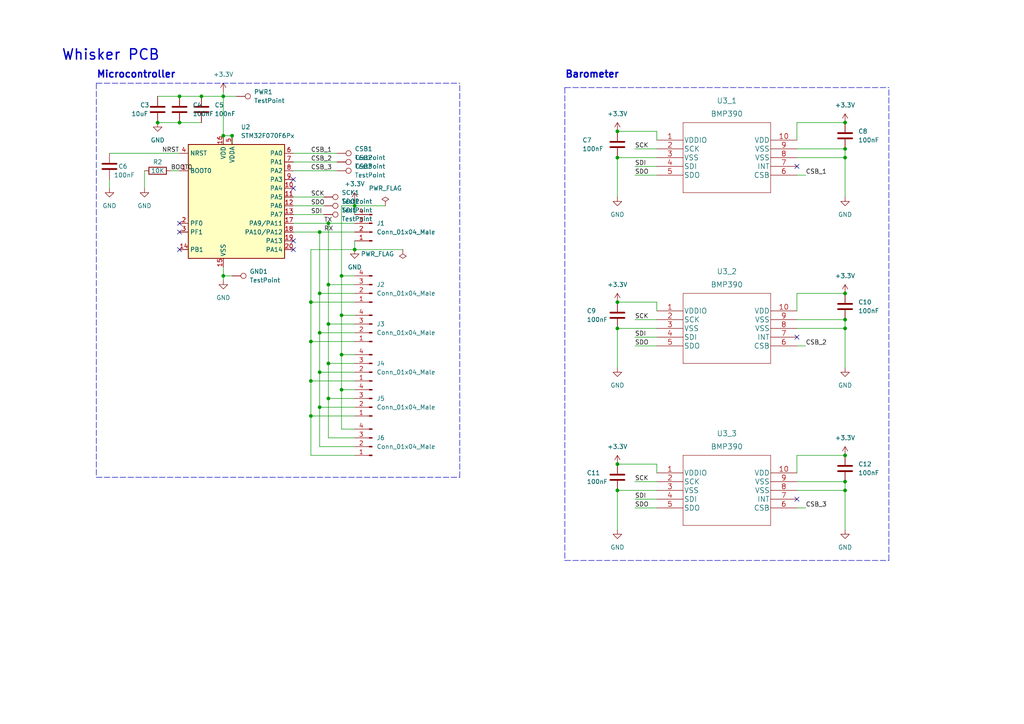
<source format=kicad_sch>
(kicad_sch (version 20211123) (generator eeschema)
  (paper "A4")
  (title_block (title "Whisker sensor") (date "2023-02-17") (company "MAVLab/Biomorphic Intelligence Lab/Chaoxiang Ye"))
  (lib_symbols
    (symbol "BMP390:BMP390" (pin_names (offset 0.254))
      (property "Reference" "U" (at 20.32 10.16 0))
      (property "Value" "BMP390" (at 20.32 7.62 0))
      (symbol "BMP390_1_1"
        (polyline (pts (xy 7.62 -15.24) (xy 33.02 -15.24)) (stroke (width 0.127)))
        (polyline (pts (xy 7.62 5.08) (xy 7.62 -15.24)) (stroke (width 0.127)))
        (polyline (pts (xy 33.02 -15.24) (xy 33.02 5.08)) (stroke (width 0.127)))
        (polyline (pts (xy 33.02 5.08) (xy 7.62 5.08)) (stroke (width 0.127)))
        (pin power_in line (at 0 0 0) (length 7.62) (name "VDDIO") (number "1"))
        (pin power_in line (at 40.64 0 180) (length 7.62) (name "VDD") (number "10"))
        (pin input line (at 0 -2.54 0) (length 7.62) (name "SCK") (number "2"))
        (pin power_in line (at 0 -5.08 0) (length 7.62) (name "VSS") (number "3"))
        (pin bidirectional line (at 0 -7.62 0) (length 7.62) (name "SDI") (number "4"))
        (pin bidirectional line (at 0 -10.16 0) (length 7.62) (name "SDO") (number "5"))
        (pin input line (at 40.64 -10.16 180) (length 7.62) (name "CSB") (number "6"))
        (pin input line (at 40.64 -7.62 180) (length 7.62) (name "INT") (number "7"))
        (pin power_in line (at 40.64 -5.08 180) (length 7.62) (name "VSS") (number "8"))
        (pin power_in line (at 40.64 -2.54 180) (length 7.62) (name "VSS") (number "9"))
      )
    )
    (symbol "Connector:Conn_01x04_Male" (pin_names (offset 1.016) hide)
      (property "Reference" "J" (at 0 5.08 0))
      (property "Value" "Conn_01x04_Male" (at 0 -7.62 0))
      (symbol "Conn_01x04_Male_1_1"
        (polyline (pts (xy 1.27 -5.08) (xy 0.8636 -5.08)) (stroke (width 0.1524)))
        (polyline (pts (xy 1.27 -2.54) (xy 0.8636 -2.54)) (stroke (width 0.1524)))
        (polyline (pts (xy 1.27 0) (xy 0.8636 0)) (stroke (width 0.1524)))
        (polyline (pts (xy 1.27 2.54) (xy 0.8636 2.54)) (stroke (width 0.1524)))
        (rectangle (start 0.8636 -4.953) (end 0 -5.207) (stroke (width 0.1524)) (fill (type outline)))
        (rectangle (start 0.8636 -2.413) (end 0 -2.667) (stroke (width 0.1524)) (fill (type outline)))
        (rectangle (start 0.8636 0.127) (end 0 -0.127) (stroke (width 0.1524)) (fill (type outline)))
        (rectangle (start 0.8636 2.667) (end 0 2.413) (stroke (width 0.1524)) (fill (type outline)))
        (pin passive line (at 5.08 2.54 180) (length 3.81) (name "Pin_1") (number "1"))
        (pin passive line (at 5.08 0 180) (length 3.81) (name "Pin_2") (number "2"))
        (pin passive line (at 5.08 -2.54 180) (length 3.81) (name "Pin_3") (number "3"))
        (pin passive line (at 5.08 -5.08 180) (length 3.81) (name "Pin_4") (number "4"))
      )
    )
    (symbol "Connector:TestPoint" (pin_numbers hide) (pin_names (offset 0.762) hide)
      (property "Reference" "TP" (at 0 6.858 0))
      (property "Value" "TestPoint" (at 0 5.08 0))
      (symbol "TestPoint_0_1"
        (circle (center 0 3.302) (radius 0.762))
      )
      (symbol "TestPoint_1_1"
        (pin passive line (at 0 0 90) (length 2.54) (name "1") (number "1"))
      )
    )
    (symbol "Device:C" (pin_numbers hide) (pin_names (offset 0.254))
      (property "Reference" "C" (at 0.635 2.54 0))
      (property "Value" "C" (at 0.635 -2.54 0))
      (symbol "C_0_1"
        (polyline (pts (xy -2.032 -0.762) (xy 2.032 -0.762)) (stroke (width 0.508)))
        (polyline (pts (xy -2.032 0.762) (xy 2.032 0.762)) (stroke (width 0.508)))
      )
      (symbol "C_1_1"
        (pin passive line (at 0 3.81 270) (length 2.794) (name "~") (number "1"))
        (pin passive line (at 0 -3.81 90) (length 2.794) (name "~") (number "2"))
      )
    )
    (symbol "Device:R" (pin_numbers hide) (pin_names (offset 0))
      (property "Reference" "R" (at 2.032 0 90))
      (property "Value" "R" (at 0 0 90))
      (symbol "R_0_1"
        (rectangle (start -1.016 -2.54) (end 1.016 2.54) (stroke (width 0.254)))
      )
      (symbol "R_1_1"
        (pin passive line (at 0 3.81 270) (length 1.27) (name "~") (number "1"))
        (pin passive line (at 0 -3.81 90) (length 1.27) (name "~") (number "2"))
      )
    )
    (symbol "MCU_ST_STM32F0:STM32F070F6Px"
      (property "Reference" "U" (at -15.24 16.51 0))
      (property "Value" "STM32F070F6Px" (at 0 16.51 0))
      (symbol "STM32F070F6Px_0_1"
        (rectangle (start -15.24 -17.78) (end 12.7 15.24) (stroke (width 0.254)) (fill (type background)))
      )
      (symbol "STM32F070F6Px_1_1"
        (pin input line (at -17.78 7.62 0) (length 2.54) (name "BOOT0") (number "1"))
        (pin bidirectional line (at 15.24 2.54 180) (length 2.54) (name "PA4") (number "10"))
        (pin bidirectional line (at 15.24 0 180) (length 2.54) (name "PA5") (number "11"))
        (pin bidirectional line (at 15.24 -2.54 180) (length 2.54) (name "PA6") (number "12"))
        (pin bidirectional line (at 15.24 -5.08 180) (length 2.54) (name "PA7") (number "13"))
        (pin bidirectional line (at -17.78 -15.24 0) (length 2.54) (name "PB1") (number "14"))
        (pin power_in line (at -5.08 -20.32 90) (length 2.54) (name "VSS") (number "15"))
        (pin power_in line (at -5.08 17.78 270) (length 2.54) (name "VDD") (number "16"))
        (pin bidirectional line (at 15.24 -7.62 180) (length 2.54) (name "PA9/PA11") (number "17"))
        (pin bidirectional line (at 15.24 -10.16 180) (length 2.54) (name "PA10/PA12") (number "18"))
        (pin bidirectional line (at 15.24 -12.7 180) (length 2.54) (name "PA13") (number "19"))
        (pin input line (at -17.78 -7.62 0) (length 2.54) (name "PF0") (number "2"))
        (pin bidirectional line (at 15.24 -15.24 180) (length 2.54) (name "PA14") (number "20"))
        (pin input line (at -17.78 -10.16 0) (length 2.54) (name "PF1") (number "3"))
        (pin input line (at -17.78 12.7 0) (length 2.54) (name "NRST") (number "4"))
        (pin power_in line (at -2.54 17.78 270) (length 2.54) (name "VDDA") (number "5"))
        (pin bidirectional line (at 15.24 12.7 180) (length 2.54) (name "PA0") (number "6"))
        (pin bidirectional line (at 15.24 10.16 180) (length 2.54) (name "PA1") (number "7"))
        (pin bidirectional line (at 15.24 7.62 180) (length 2.54) (name "PA2") (number "8"))
        (pin bidirectional line (at 15.24 5.08 180) (length 2.54) (name "PA3") (number "9"))
      )
    )
    (symbol "power:+3.3V" (power) (pin_names (offset 0))
      (property "Value" "+3.3V" (at 0 3.556 0))
      (symbol "+3.3V_0_1"
        (polyline (pts (xy -0.762 1.27) (xy 0 2.54)))
        (polyline (pts (xy 0 0) (xy 0 2.54)))
        (polyline (pts (xy 0 2.54) (xy 0.762 1.27)))
      )
      (symbol "+3.3V_1_1"
        (pin power_in line (at 0 0 90) (length 0) hide (name "+3.3V") (number "1"))
      )
    )
    (symbol "power:GND" (power) (pin_names (offset 0))
      (property "Value" "GND" (at 0 -3.81 0))
      (symbol "GND_0_1"
        (polyline (pts (xy 0 0) (xy 0 -1.27) (xy 1.27 -1.27) (xy 0 -2.54) (xy -1.27 -1.27) (xy 0 -1.27)))
      )
      (symbol "GND_1_1"
        (pin power_in line (at 0 0 270) (length 0) hide (name "GND") (number "1"))
      )
    )
    (symbol "power:PWR_FLAG" (power) (pin_numbers hide) (pin_names (offset 0) hide)
      (property "Value" "PWR_FLAG" (at 0 3.81 0))
      (symbol "PWR_FLAG_0_0"
        (pin power_out line (at 0 0 90) (length 0) (name "pwr") (number "1"))
      )
      (symbol "PWR_FLAG_0_1"
        (polyline (pts (xy 0 0) (xy 0 1.27) (xy -1.016 1.905) (xy 0 2.54) (xy 1.016 1.905) (xy 0 1.27)))
      )
    )
  )
  (junction (at 179.07 142.24))
  (junction (at 102.87 72.39))
  (junction (at 95.25 64.77))
  (junction (at 64.77 80.01))
  (junction (at 99.06 80.01))
  (junction (at 64.77 39.37))
  (junction (at 95.25 115.57))
  (junction (at 92.71 107.95))
  (junction (at 245.11 45.72))
  (junction (at 245.11 95.25))
  (junction (at 52.07 27.94))
  (junction (at 179.07 87.63))
  (junction (at 92.71 67.31))
  (junction (at 99.06 102.87))
  (junction (at 245.11 92.71))
  (junction (at 95.25 93.98))
  (junction (at 245.11 35.56))
  (junction (at 45.72 35.56))
  (junction (at 90.17 87.63))
  (junction (at 179.07 45.72))
  (junction (at 99.06 91.44))
  (junction (at 67.31 39.37))
  (junction (at 245.11 43.18))
  (junction (at 90.17 110.49))
  (junction (at 99.06 113.03))
  (junction (at 102.87 59.69))
  (junction (at 95.25 82.55))
  (junction (at 92.71 118.11))
  (junction (at 179.07 38.1))
  (junction (at 245.11 132.08))
  (junction (at 90.17 99.06))
  (junction (at 245.11 85.09))
  (junction (at 95.25 105.41))
  (junction (at 245.11 139.7))
  (junction (at 52.07 35.56))
  (junction (at 92.71 96.52))
  (junction (at 90.17 120.65))
  (junction (at 245.11 142.24))
  (junction (at 179.07 95.25))
  (junction (at 64.77 27.94))
  (junction (at 179.07 134.62))
  (junction (at 92.71 85.09))
  (junction (at 58.42 27.94))
  (no_connect (at 52.07 72.39))
  (no_connect (at 85.09 69.85))
  (no_connect (at 52.07 67.31))
  (no_connect (at 85.09 72.39))
  (no_connect (at 231.14 144.78))
  (no_connect (at 231.14 97.79))
  (no_connect (at 52.07 64.77))
  (no_connect (at 231.14 48.26))
  (no_connect (at 85.09 52.07))
  (no_connect (at 85.09 54.61))
  (wire (pts (xy 231.14 43.18) (xy 245.11 43.18)))
  (wire (pts (xy 231.14 137.16) (xy 231.14 132.08)))
  (wire (pts (xy 95.25 115.57) (xy 95.25 127)))
  (wire (pts (xy 85.09 62.23) (xy 93.98 62.23)))
  (wire (pts (xy 231.14 139.7) (xy 245.11 139.7)))
  (wire (pts (xy 92.71 118.11) (xy 92.71 107.95)))
  (wire (pts (xy 190.5 45.72) (xy 179.07 45.72)))
  (wire (pts (xy 184.15 48.26) (xy 190.5 48.26)))
  (wire (pts (xy 95.25 82.55) (xy 95.25 64.77)))
  (wire (pts (xy 90.17 87.63) (xy 90.17 72.39)))
  (wire (pts (xy 99.06 59.69) (xy 102.87 59.69)))
  (wire (pts (xy 231.14 40.64) (xy 231.14 35.56)))
  (wire (pts (xy 231.14 95.25) (xy 245.11 95.25)))
  (wire (pts (xy 102.87 120.65) (xy 90.17 120.65)))
  (wire (pts (xy 184.15 50.8) (xy 190.5 50.8)))
  (polyline (pts (xy 133.35 138.43) (xy 133.35 24.13)))
  (wire (pts (xy 102.87 124.46) (xy 99.06 124.46)))
  (wire (pts (xy 102.87 72.39) (xy 116.84 72.39)))
  (wire (pts (xy 92.71 107.95) (xy 92.71 96.52)))
  (wire (pts (xy 99.06 91.44) (xy 99.06 102.87)))
  (wire (pts (xy 102.87 105.41) (xy 95.25 105.41)))
  (wire (pts (xy 102.87 59.69) (xy 111.76 59.69)))
  (wire (pts (xy 184.15 147.32) (xy 190.5 147.32)))
  (wire (pts (xy 102.87 85.09) (xy 92.71 85.09)))
  (wire (pts (xy 67.31 41.91) (xy 67.31 39.37)))
  (wire (pts (xy 95.25 64.77) (xy 102.87 64.77)))
  (wire (pts (xy 179.07 142.24) (xy 179.07 153.67)))
  (wire (pts (xy 64.77 77.47) (xy 64.77 80.01)))
  (wire (pts (xy 64.77 80.01) (xy 67.31 80.01)))
  (wire (pts (xy 85.09 49.53) (xy 97.79 49.53)))
  (wire (pts (xy 102.87 93.98) (xy 95.25 93.98)))
  (wire (pts (xy 231.14 90.17) (xy 231.14 85.09)))
  (wire (pts (xy 231.14 142.24) (xy 245.11 142.24)))
  (wire (pts (xy 102.87 115.57) (xy 95.25 115.57)))
  (wire (pts (xy 102.87 58.42) (xy 102.87 59.69)))
  (polyline (pts (xy 163.83 25.4) (xy 257.81 25.4)))
  (wire (pts (xy 190.5 90.17) (xy 190.5 87.63)))
  (wire (pts (xy 231.14 92.71) (xy 245.11 92.71)))
  (wire (pts (xy 245.11 92.71) (xy 245.11 95.25)))
  (wire (pts (xy 85.09 46.99) (xy 97.79 46.99)))
  (wire (pts (xy 102.87 110.49) (xy 90.17 110.49)))
  (wire (pts (xy 190.5 134.62) (xy 179.07 134.62)))
  (wire (pts (xy 102.87 87.63) (xy 90.17 87.63)))
  (wire (pts (xy 85.09 59.69) (xy 93.98 59.69)))
  (wire (pts (xy 99.06 80.01) (xy 99.06 59.69)))
  (wire (pts (xy 90.17 120.65) (xy 90.17 132.08)))
  (wire (pts (xy 92.71 96.52) (xy 92.71 85.09)))
  (wire (pts (xy 31.75 52.07) (xy 31.75 54.61)))
  (wire (pts (xy 90.17 120.65) (xy 90.17 110.49)))
  (wire (pts (xy 102.87 118.11) (xy 92.71 118.11)))
  (polyline (pts (xy 27.94 24.13) (xy 27.94 138.43)))
  (wire (pts (xy 64.77 27.94) (xy 64.77 39.37)))
  (wire (pts (xy 92.71 118.11) (xy 92.71 129.54)))
  (wire (pts (xy 85.09 64.77) (xy 95.25 64.77)))
  (wire (pts (xy 45.72 35.56) (xy 52.07 35.56)))
  (wire (pts (xy 99.06 113.03) (xy 99.06 102.87)))
  (wire (pts (xy 184.15 100.33) (xy 190.5 100.33)))
  (wire (pts (xy 45.72 27.94) (xy 52.07 27.94)))
  (wire (pts (xy 231.14 132.08) (xy 245.11 132.08)))
  (wire (pts (xy 64.77 27.94) (xy 68.58 27.94)))
  (wire (pts (xy 52.07 27.94) (xy 58.42 27.94)))
  (polyline (pts (xy 27.94 138.43) (xy 133.35 138.43)))
  (wire (pts (xy 99.06 80.01) (xy 99.06 91.44)))
  (wire (pts (xy 90.17 110.49) (xy 90.17 99.06)))
  (wire (pts (xy 92.71 85.09) (xy 92.71 67.31)))
  (wire (pts (xy 95.25 93.98) (xy 95.25 105.41)))
  (wire (pts (xy 102.87 59.69) (xy 102.87 62.23)))
  (wire (pts (xy 102.87 99.06) (xy 90.17 99.06)))
  (wire (pts (xy 85.09 57.15) (xy 93.98 57.15)))
  (wire (pts (xy 102.87 102.87) (xy 99.06 102.87)))
  (wire (pts (xy 190.5 142.24) (xy 179.07 142.24)))
  (wire (pts (xy 64.77 80.01) (xy 64.77 81.28)))
  (wire (pts (xy 67.31 39.37) (xy 64.77 39.37)))
  (wire (pts (xy 85.09 44.45) (xy 97.79 44.45)))
  (wire (pts (xy 184.15 43.18) (xy 190.5 43.18)))
  (wire (pts (xy 95.25 93.98) (xy 95.25 82.55)))
  (wire (pts (xy 231.14 85.09) (xy 245.11 85.09)))
  (wire (pts (xy 245.11 95.25) (xy 245.11 106.68)))
  (wire (pts (xy 102.87 91.44) (xy 99.06 91.44)))
  (polyline (pts (xy 163.83 25.4) (xy 163.83 162.56)))
  (wire (pts (xy 64.77 39.37) (xy 64.77 41.91)))
  (wire (pts (xy 179.07 45.72) (xy 179.07 57.15)))
  (wire (pts (xy 102.87 127) (xy 95.25 127)))
  (wire (pts (xy 179.07 95.25) (xy 190.5 95.25)))
  (wire (pts (xy 102.87 113.03) (xy 99.06 113.03)))
  (wire (pts (xy 102.87 132.08) (xy 90.17 132.08)))
  (wire (pts (xy 231.14 147.32) (xy 233.68 147.32)))
  (polyline (pts (xy 27.94 24.13) (xy 133.35 24.13)))
  (polyline (pts (xy 257.81 162.56) (xy 257.81 25.4)))
  (wire (pts (xy 64.77 26.67) (xy 64.77 27.94)))
  (wire (pts (xy 92.71 67.31) (xy 102.87 67.31)))
  (wire (pts (xy 231.14 50.8) (xy 233.68 50.8)))
  (wire (pts (xy 49.53 49.53) (xy 52.07 49.53)))
  (wire (pts (xy 190.5 38.1) (xy 179.07 38.1)))
  (wire (pts (xy 179.07 95.25) (xy 179.07 106.68)))
  (wire (pts (xy 31.75 44.45) (xy 52.07 44.45)))
  (wire (pts (xy 245.11 45.72) (xy 245.11 57.15)))
  (wire (pts (xy 102.87 69.85) (xy 102.87 72.39)))
  (wire (pts (xy 190.5 87.63) (xy 179.07 87.63)))
  (wire (pts (xy 190.5 40.64) (xy 190.5 38.1)))
  (wire (pts (xy 184.15 144.78) (xy 190.5 144.78)))
  (wire (pts (xy 52.07 35.56) (xy 58.42 35.56)))
  (wire (pts (xy 95.25 105.41) (xy 95.25 115.57)))
  (wire (pts (xy 102.87 80.01) (xy 99.06 80.01)))
  (wire (pts (xy 190.5 137.16) (xy 190.5 134.62)))
  (wire (pts (xy 41.91 49.53) (xy 41.91 54.61)))
  (wire (pts (xy 245.11 43.18) (xy 245.11 45.72)))
  (wire (pts (xy 102.87 96.52) (xy 92.71 96.52)))
  (wire (pts (xy 231.14 35.56) (xy 245.11 35.56)))
  (wire (pts (xy 245.11 142.24) (xy 245.11 153.67)))
  (wire (pts (xy 184.15 97.79) (xy 190.5 97.79)))
  (wire (pts (xy 90.17 99.06) (xy 90.17 87.63)))
  (wire (pts (xy 231.14 100.33) (xy 233.68 100.33)))
  (wire (pts (xy 231.14 45.72) (xy 245.11 45.72)))
  (wire (pts (xy 184.15 139.7) (xy 190.5 139.7)))
  (wire (pts (xy 245.11 139.7) (xy 245.11 142.24)))
  (wire (pts (xy 58.42 27.94) (xy 64.77 27.94)))
  (wire (pts (xy 90.17 72.39) (xy 102.87 72.39)))
  (wire (pts (xy 85.09 67.31) (xy 92.71 67.31)))
  (wire (pts (xy 184.15 92.71) (xy 190.5 92.71)))
  (wire (pts (xy 102.87 82.55) (xy 95.25 82.55)))
  (wire (pts (xy 102.87 129.54) (xy 92.71 129.54)))
  (wire (pts (xy 99.06 113.03) (xy 99.06 124.46)))
  (polyline (pts (xy 163.83 162.56) (xy 257.81 162.56)))
  (wire (pts (xy 102.87 107.95) (xy 92.71 107.95)))
  (text "Whisker PCB" (at 17.78 17.78 0) (effects (font (size 3 3) (thickness 0.4) bold) (justify left bottom)))
  (text "Microcontroller\n" (at 27.94 22.86 0) (effects (font (size 2 2) (thickness 0.4) bold) (justify left bottom)))
  (text "Barometer" (at 163.83 22.86 0) (effects (font (size 2 2) (thickness 0.4) bold) (justify left bottom)))
  (label "RX" (at 93.98 67.31 0))
  (label "SDI" (at 184.15 48.26 0))
  (label "BOOT0" (at 49.53 49.53 0))
  (label "SDI" (at 184.15 144.78 0))
  (label "NRST" (at 46.99 44.45 0))
  (label "SDI" (at 184.15 97.79 0))
  (label "CSB_3" (at 90.17 49.53 0))
  (label "CSB_2" (at 90.17 46.99 0))
  (label "TX" (at 93.98 64.77 0))
  (label "SDO" (at 184.15 50.8 0))
  (label "SCK" (at 90.17 57.15 0))
  (label "CSB_1" (at 233.68 50.8 0))
  (label "SDO" (at 90.17 59.69 0))
  (label "SCK" (at 184.15 43.18 0))
  (label "SCK" (at 184.15 139.7 0))
  (label "SDO" (at 184.15 100.33 0))
  (label "CSB_2" (at 233.68 100.33 0))
  (label "SDI" (at 90.17 62.23 0))
  (label "CSB_3" (at 233.68 147.32 0))
  (label "SCK" (at 184.15 92.71 0))
  (label "CSB_1" (at 90.17 44.45 0))
  (label "SDO" (at 184.15 147.32 0))
  (symbol (lib_id "power:+3.3V") (at 245.11 132.08 0) (unit 1)
    (property "Reference" "#PWR0108" (effects hide))
    (property "Value" "+3.3V" (at 245.11 127 0))
  )
  (symbol (lib_id "power:+3.3V") (at 179.07 134.62 0) (unit 1)
    (property "Reference" "#PWR0106" (effects hide))
    (property "Value" "+3.3V" (at 179.07 129.54 0))
  )
  (symbol (lib_id "power:GND") (at 179.07 106.68 0) (unit 1)
    (property "Reference" "#PWR0107" (effects hide))
    (property "Value" "GND" (at 179.07 111.76 0))
  )
  (symbol (lib_id "Connector:TestPoint") (at 93.98 59.69 270) (unit 1)
    (property "Reference" "SDO1" (at 99.06 58.4199 90) (effects (justify left)))
    (property "Value" "TestPoint" (at 99.06 60.9599 90) (effects (justify left)))
    (property "Footprint" "TestPoint:TestPoint_Pad_D1.0mm" (effects hide))
  )
  (symbol (lib_id "Device:C") (at 245.11 88.9 0) (unit 1)
    (property "Reference" "C10" (at 248.92 87.6299 0) (effects (justify left)))
    (property "Value" "100nF" (at 248.92 90.1699 0) (effects (justify left)))
    (property "Footprint" "Capacitor_SMD:C_0402_1005Metric" (effects hide))
  )
  (symbol (lib_id "Connector:TestPoint") (at 68.58 27.94 270) (unit 1)
    (property "Reference" "PWR1" (at 73.66 26.6699 90) (effects (justify left)))
    (property "Value" "TestPoint" (at 73.66 29.2099 90) (effects (justify left)))
    (property "Footprint" "TestPoint:TestPoint_Pad_D1.0mm" (effects hide))
  )
  (symbol (lib_id "power:GND") (at 31.75 54.61 0) (unit 1)
    (property "Reference" "#PWR0110" (effects hide))
    (property "Value" "GND" (at 31.75 59.69 0))
  )
  (symbol (lib_id "power:+3.3V") (at 102.87 58.42 0) (unit 1)
    (property "Reference" "#PWR0102" (effects hide))
    (property "Value" "+3.3V" (at 102.87 53.34 0))
  )
  (symbol (lib_id "Device:C") (at 58.42 31.75 0) (unit 1)
    (property "Reference" "C5" (at 62.23 30.4799 0) (effects (justify left)))
    (property "Value" "100nF" (at 62.23 33.0199 0) (effects (justify left)))
    (property "Footprint" "Capacitor_SMD:C_0402_1005Metric" (effects hide))
  )
  (symbol (lib_id "power:GND") (at 45.72 35.56 0) (unit 1)
    (property "Reference" "#PWR0101" (effects hide))
    (property "Value" "GND" (at 45.72 40.64 0))
  )
  (symbol (lib_id "power:+3.3V") (at 64.77 26.67 0) (unit 1)
    (property "Reference" "#PWR0120" (effects hide))
    (property "Value" "+3.3V" (at 64.77 21.59 0))
  )
  (symbol (lib_id "Connector:Conn_01x04_Male") (at 107.95 67.31 180) (unit 1)
    (property "Reference" "J1" (at 109.22 64.7699 0) (effects (justify right)))
    (property "Value" "Conn_01x04_Male" (at 109.22 67.3099 0) (effects (justify right)))
    (property "Footprint" "Connector_PinHeader_1.27mm:PinHeader_1x04_P1.27mm_Horizontal" (effects hide))
  )
  (symbol (lib_id "power:GND") (at 245.11 57.15 0) (unit 1)
    (property "Reference" "#PWR0114" (effects hide))
    (property "Value" "GND" (at 245.11 62.23 0))
  )
  (symbol (lib_id "Device:C") (at 179.07 138.43 0) (unit 1)
    (property "Reference" "C11" (at 170.18 137.16 0) (effects (justify left)))
    (property "Value" "100nF" (at 170.18 139.7 0) (effects (justify left)))
    (property "Footprint" "Capacitor_SMD:C_0402_1005Metric" (effects hide))
  )
  (symbol (lib_id "Connector:Conn_01x04_Male") (at 107.95 118.11 180) (unit 1)
    (property "Reference" "J5" (at 109.22 115.5699 0) (effects (justify right)))
    (property "Value" "Conn_01x04_Male" (at 109.22 118.1099 0) (effects (justify right)))
    (property "Footprint" "Connector_PinHeader_1.27mm:PinHeader_1x04_P1.27mm_Horizontal" (effects hide))
  )
  (symbol (lib_id "Connector:Conn_01x04_Male") (at 107.95 129.54 180) (unit 1)
    (property "Reference" "J6" (at 109.22 126.9999 0) (effects (justify right)))
    (property "Value" "Conn_01x04_Male" (at 109.22 129.5399 0) (effects (justify right)))
    (property "Footprint" "Connector_PinHeader_1.27mm:PinHeader_1x04_P1.27mm_Horizontal" (effects hide))
  )
  (symbol (lib_id "Connector:Conn_01x04_Male") (at 107.95 96.52 180) (unit 1)
    (property "Reference" "J3" (at 109.22 93.9799 0) (effects (justify right)))
    (property "Value" "Conn_01x04_Male" (at 109.22 96.5199 0) (effects (justify right)))
    (property "Footprint" "Connector_PinHeader_1.27mm:PinHeader_1x04_P1.27mm_Horizontal" (effects hide))
  )
  (symbol (lib_id "power:+3.3V") (at 245.11 85.09 0) (unit 1)
    (property "Reference" "#PWR0116" (effects hide))
    (property "Value" "+3.3V" (at 245.11 80.01 0))
  )
  (symbol (lib_id "power:+3.3V") (at 245.11 35.56 0) (unit 1)
    (property "Reference" "#PWR0115" (effects hide))
    (property "Value" "+3.3V" (at 245.11 30.48 0))
  )
  (symbol (lib_id "Connector:TestPoint") (at 93.98 57.15 270) (unit 1)
    (property "Reference" "SCK1" (at 99.06 55.8799 90) (effects (justify left)))
    (property "Value" "TestPoint" (at 99.06 58.4199 90) (effects (justify left)))
    (property "Footprint" "TestPoint:TestPoint_Pad_D1.0mm" (effects hide))
  )
  (symbol (lib_id "Device:C") (at 245.11 39.37 0) (unit 1)
    (property "Reference" "C8" (at 248.92 38.0999 0) (effects (justify left)))
    (property "Value" "100nF" (at 248.92 40.6399 0) (effects (justify left)))
    (property "Footprint" "Capacitor_SMD:C_0402_1005Metric" (effects hide))
  )
  (symbol (lib_id "power:GND") (at 245.11 153.67 0) (unit 1)
    (property "Reference" "#PWR0104" (effects hide))
    (property "Value" "GND" (at 245.11 158.75 0))
  )
  (symbol (lib_id "power:PWR_FLAG") (at 116.84 72.39 0) (mirror x) (unit 1)
    (property "Reference" "#FLG0102" (effects hide))
    (property "Value" "PWR_FLAG" (at 114.3 73.6599 0) (effects (justify right)))
  )
  (symbol (lib_id "power:+3.3V") (at 179.07 38.1 0) (unit 1)
    (property "Reference" "#PWR0121" (effects hide))
    (property "Value" "+3.3V" (at 179.07 33.02 0))
  )
  (symbol (lib_id "Device:C") (at 245.11 135.89 0) (unit 1)
    (property "Reference" "C12" (at 248.92 134.6199 0) (effects (justify left)))
    (property "Value" "100nF" (at 248.92 137.1599 0) (effects (justify left)))
    (property "Footprint" "Capacitor_SMD:C_0402_1005Metric" (effects hide))
  )
  (symbol (lib_id "Device:C") (at 45.72 31.75 0) (unit 1)
    (property "Reference" "C3" (at 40.64 30.48 0) (effects (justify left)))
    (property "Value" "10uF" (at 38.1 33.02 0) (effects (justify left)))
    (property "Footprint" "Capacitor_SMD:C_0603_1608Metric" (effects hide))
  )
  (symbol (lib_id "Device:C") (at 179.07 41.91 0) (unit 1)
    (property "Reference" "C7" (at 168.91 40.64 0) (effects (justify left)))
    (property "Value" "100nF" (at 168.91 43.18 0) (effects (justify left)))
    (property "Footprint" "Capacitor_SMD:C_0402_1005Metric" (effects hide))
  )
  (symbol (lib_id "power:GND") (at 64.77 81.28 0) (unit 1)
    (property "Reference" "#PWR0112" (effects hide))
    (property "Value" "GND" (at 64.77 86.36 0))
  )
  (symbol (lib_id "power:GND") (at 102.87 72.39 0) (unit 1)
    (property "Reference" "#PWR0109" (effects hide))
    (property "Value" "GND" (at 102.87 77.47 0))
  )
  (symbol (lib_id "Connector:TestPoint") (at 97.79 46.99 270) (unit 1)
    (property "Reference" "CSB2" (at 102.87 45.7199 90) (effects (justify left)))
    (property "Value" "TestPoint" (at 102.87 48.2599 90) (effects (justify left)))
    (property "Footprint" "TestPoint:TestPoint_Pad_D1.0mm" (effects hide))
  )
  (symbol (lib_id "Connector:TestPoint") (at 67.31 80.01 270) (unit 1)
    (property "Reference" "GND1" (at 72.39 78.7399 90) (effects (justify left)))
    (property "Value" "TestPoint" (at 72.39 81.2799 90) (effects (justify left)))
    (property "Footprint" "TestPoint:TestPoint_Pad_D1.0mm" (effects hide))
  )
  (symbol (lib_id "Device:C") (at 52.07 31.75 0) (unit 1)
    (property "Reference" "C4" (at 55.88 30.4799 0) (effects (justify left)))
    (property "Value" "100nF" (at 55.88 33.0199 0) (effects (justify left)))
    (property "Footprint" "Capacitor_SMD:C_0402_1005Metric" (effects hide))
  )
  (symbol (lib_id "Device:R") (at 45.72 49.53 90) (unit 1)
    (property "Reference" "R2" (at 45.72 46.99 90))
    (property "Value" "10K" (at 45.72 49.53 90))
    (property "Footprint" "Resistor_SMD:R_0402_1005Metric" (effects hide))
  )
  (symbol (lib_id "power:+3.3V") (at 179.07 87.63 0) (unit 1)
    (property "Reference" "#PWR0122" (effects hide))
    (property "Value" "+3.3V" (at 179.07 82.55 0))
  )
  (symbol (lib_id "Connector:TestPoint") (at 93.98 62.23 270) (unit 1)
    (property "Reference" "SDI1" (at 99.06 60.9599 90) (effects (justify left)))
    (property "Value" "TestPoint" (at 99.06 63.4999 90) (effects (justify left)))
    (property "Footprint" "TestPoint:TestPoint_Pad_D1.0mm" (effects hide))
  )
  (symbol (lib_id "Connector:TestPoint") (at 97.79 49.53 270) (unit 1)
    (property "Reference" "CSB3" (at 102.87 48.2599 90) (effects (justify left)))
    (property "Value" "TestPoint" (at 102.87 50.7999 90) (effects (justify left)))
    (property "Footprint" "TestPoint:TestPoint_Pad_D1.0mm" (effects hide))
  )
  (symbol (lib_id "power:GND") (at 41.91 54.61 0) (unit 1)
    (property "Reference" "#PWR0111" (effects hide))
    (property "Value" "GND" (at 41.91 59.69 0))
  )
  (symbol (lib_id "BMP390:BMP390") (at 190.5 90.17 0) (unit 1)
    (property "Reference" "U3_2" (at 210.82 78.74 0) (effects (font (size 1.524 1.524))))
    (property "Value" "BMP390" (at 210.82 82.55 0) (effects (font (size 1.524 1.524))))
    (property "Footprint" "BMP390L:XDCR_BMP390L" (effects hide))
  )
  (symbol (lib_id "Device:C") (at 179.07 91.44 0) (unit 1)
    (property "Reference" "C9" (at 170.18 90.17 0) (effects (justify left)))
    (property "Value" "100nF" (at 170.18 92.71 0) (effects (justify left)))
    (property "Footprint" "Capacitor_SMD:C_0402_1005Metric" (effects hide))
  )
  (symbol (lib_id "MCU_ST_STM32F0:STM32F070F6Px") (at 69.85 57.15 0) (unit 1)
    (property "Reference" "U2" (at 69.85 36.83 0) (effects (justify left)))
    (property "Value" "STM32F070F6Px" (at 69.85 39.37 0) (effects (justify left)))
    (property "Footprint" "Package_SO:TSSOP-20_4.4x6.5mm_P0.65mm" (effects hide))
    (property "Datasheet" "http://www.st.com/st-web-ui/static/active/en/resource/technical/document/datasheet/DM00141386.pdf" (effects hide))
  )
  (symbol (lib_id "Connector:TestPoint") (at 97.79 44.45 270) (unit 1)
    (property "Reference" "CSB1" (at 102.87 43.1799 90) (effects (justify left)))
    (property "Value" "TestPoint" (at 102.87 45.7199 90) (effects (justify left)))
    (property "Footprint" "TestPoint:TestPoint_Pad_D1.0mm" (effects hide))
  )
  (symbol (lib_id "Device:C") (at 31.75 48.26 0) (unit 1)
    (property "Reference" "C6" (at 34.29 48.26 0) (effects (justify left)))
    (property "Value" "100nF" (at 33.02 50.8 0) (effects (justify left)))
    (property "Footprint" "Capacitor_SMD:C_0402_1005Metric" (effects hide))
  )
  (symbol (lib_id "power:PWR_FLAG") (at 111.76 59.69 0) (unit 1)
    (property "Reference" "#FLG0101" (effects hide))
    (property "Value" "PWR_FLAG" (at 111.76 54.61 0))
  )
  (symbol (lib_id "power:GND") (at 245.11 106.68 0) (unit 1)
    (property "Reference" "#PWR0103" (effects hide))
    (property "Value" "GND" (at 245.11 111.76 0))
  )
  (symbol (lib_id "BMP390:BMP390") (at 190.5 40.64 0) (unit 1)
    (property "Reference" "U3_1" (at 210.82 29.21 0) (effects (font (size 1.524 1.524))))
    (property "Value" "BMP390" (at 210.82 33.02 0) (effects (font (size 1.524 1.524))))
    (property "Footprint" "BMP390L:XDCR_BMP390L" (effects hide))
  )
  (symbol (lib_id "BMP390:BMP390") (at 190.5 137.16 0) (unit 1)
    (property "Reference" "U3_3" (at 210.82 125.73 0) (effects (font (size 1.524 1.524))))
    (property "Value" "BMP390" (at 210.82 129.54 0) (effects (font (size 1.524 1.524))))
    (property "Footprint" "BMP390L:XDCR_BMP390L" (effects hide))
  )
  (symbol (lib_id "Connector:Conn_01x04_Male") (at 107.95 85.09 180) (unit 1)
    (property "Reference" "J2" (at 109.22 82.5499 0) (effects (justify right)))
    (property "Value" "Conn_01x04_Male" (at 109.22 85.0899 0) (effects (justify right)))
    (property "Footprint" "Connector_PinHeader_1.27mm:PinHeader_1x04_P1.27mm_Horizontal" (effects hide))
  )
  (symbol (lib_id "power:GND") (at 179.07 153.67 0) (unit 1)
    (property "Reference" "#PWR0105" (effects hide))
    (property "Value" "GND" (at 179.07 158.75 0))
  )
  (symbol (lib_id "Connector:Conn_01x04_Male") (at 107.95 107.95 180) (unit 1)
    (property "Reference" "J4" (at 109.22 105.4099 0) (effects (justify right)))
    (property "Value" "Conn_01x04_Male" (at 109.22 107.9499 0) (effects (justify right)))
    (property "Footprint" "Connector_PinHeader_1.27mm:PinHeader_1x04_P1.27mm_Horizontal" (effects hide))
  )
  (symbol (lib_id "power:GND") (at 179.07 57.15 0) (unit 1)
    (property "Reference" "#PWR0123" (effects hide))
    (property "Value" "GND" (at 179.07 62.23 0))
  )
)
</source>
